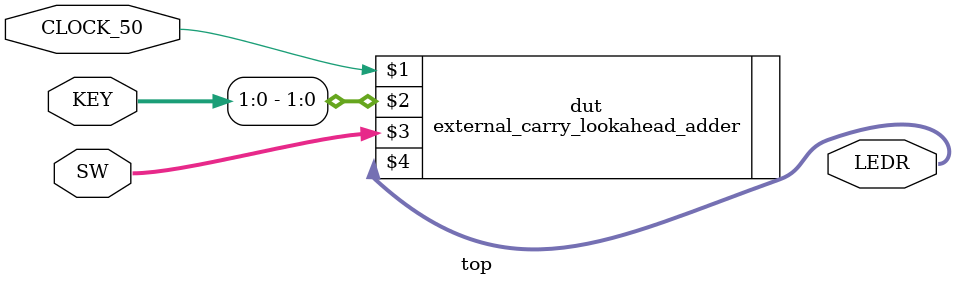
<source format=v>
module top (CLOCK_50, KEY, SW, LEDR);

    input CLOCK_50;             // DE-series 50 MHz clock signal
	 input wire [3:0] KEY;       // DE-series pushbuttons
    input wire [9:0] SW;        // DE-series switches
    
    output wire [9:0] LEDR;     // DE-series LEDs   

    external_carry_lookahead_adder dut (CLOCK_50, KEY[1:0], SW[9:0], LEDR[9:0]);

endmodule

</source>
